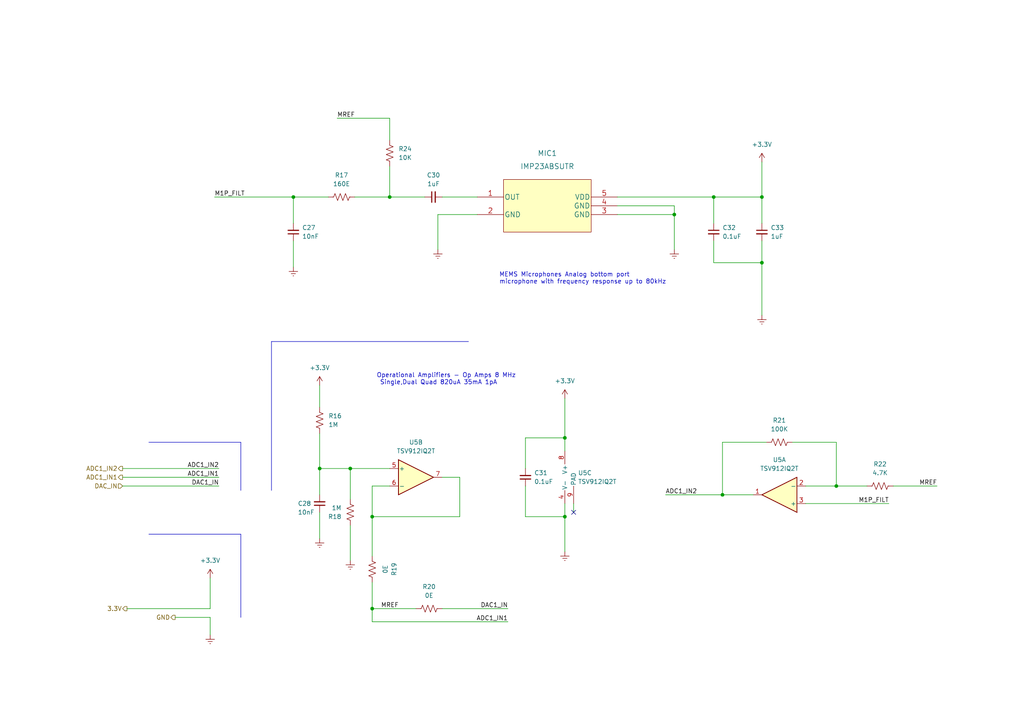
<source format=kicad_sch>
(kicad_sch (version 20230121) (generator eeschema)
  (paper "A4")
  (title_block (title "Accelerometer Sensor") (date "2023-07-02") (rev "02") (company "Electronial") (comment 1 "Designed by Electronial") (comment 2 "https://danielismail.com/  ") (comment 3 "Property of NOVOAI[FIVERR]") (comment 4 "@Copyright & Reserved "))
  (lib_symbols
    (symbol "2023-02-12_13-49-09:IMP23ABSUTR" (pin_names (offset 0.254))
      (property "Reference" "MIC?" (at 20.32 11.43 0))
      (property "Value" "IMP23ABSUTR" (at 20.32 7.62 0))
      (symbol "IMP23ABSUTR_1_1"
        (rectangle (start 7.62 5.08) (end 33.02 -10.16) (fill (type background)))
        (pin output line (at 0 0 0) (length 7.62) (name "OUT") (number "1"))
        (pin power_in line (at 0 -5.08 0) (length 7.62) (name "GND") (number "2"))
        (pin power_in line (at 40.64 -5.08 180) (length 7.62) (name "GND") (number "3"))
        (pin power_in line (at 40.64 -2.54 180) (length 7.62) (name "GND") (number "4"))
        (pin power_in line (at 40.64 0 180) (length 7.62) (name "VDD") (number "5"))
      )
    )
    (symbol "Amplifier_Operational:TSV912IQ2T" (pin_names (offset 0.127))
      (property "Reference" "U" (at 0 5.08 0))
      (property "Value" "TSV912IQ2T" (at 0 -5.08 0))
      (symbol "TSV912IQ2T_1_1"
        (polyline (pts (xy -5.08 5.08) (xy 5.08 0) (xy -5.08 -5.08) (xy -5.08 5.08)) (stroke (width 0.254)) (fill (type background)))
        (pin output line (at 7.62 0 180) (length 2.54) (name "~") (number "1"))
        (pin input line (at -7.62 -2.54 0) (length 2.54) (name "-") (number "2"))
        (pin input line (at -7.62 2.54 0) (length 2.54) (name "+") (number "3"))
      )
      (symbol "TSV912IQ2T_2_1"
        (polyline (pts (xy -5.08 5.08) (xy 5.08 0) (xy -5.08 -5.08) (xy -5.08 5.08)) (stroke (width 0.254)) (fill (type background)))
        (pin input line (at -7.62 2.54 0) (length 2.54) (name "+") (number "5"))
        (pin input line (at -7.62 -2.54 0) (length 2.54) (name "-") (number "6"))
        (pin output line (at 7.62 0 180) (length 2.54) (name "~") (number "7"))
      )
      (symbol "TSV912IQ2T_3_1"
        (pin power_in line (at -2.54 -7.62 90) (length 3.81) (name "V-") (number "4"))
        (pin power_in line (at -2.54 7.62 270) (length 3.81) (name "V+") (number "8"))
        (pin power_in line (at 0 -7.62 90) (length 5.08) (name "PAD") (number "9"))
      )
    )
    (symbol "Device:C_Small" (pin_numbers hide) (pin_names (offset 0.254) hide)
      (property "Reference" "C" (at 0.254 1.778 0))
      (property "Value" "C_Small" (at 0.254 -2.032 0))
      (symbol "C_Small_0_1"
        (polyline (pts (xy -1.524 -0.508) (xy 1.524 -0.508)) (stroke (width 0.3302)))
        (polyline (pts (xy -1.524 0.508) (xy 1.524 0.508)) (stroke (width 0.3048)))
      )
      (symbol "C_Small_1_1"
        (pin passive line (at 0 2.54 270) (length 2.032) (name "~") (number "1"))
        (pin passive line (at 0 -2.54 90) (length 2.032) (name "~") (number "2"))
      )
    )
    (symbol "Device:R_US" (pin_numbers hide) (pin_names (offset 0))
      (property "Reference" "R" (at 2.54 0 90))
      (property "Value" "R_US" (at -2.54 0 90))
      (symbol "R_US_0_1"
        (polyline (pts (xy 0 -2.286) (xy 0 -2.54)))
        (polyline (pts (xy 0 2.286) (xy 0 2.54)))
        (polyline (pts (xy 0 -0.762) (xy 1.016 -1.143) (xy 0 -1.524) (xy -1.016 -1.905) (xy 0 -2.286)))
        (polyline (pts (xy 0 0.762) (xy 1.016 0.381) (xy 0 0) (xy -1.016 -0.381) (xy 0 -0.762)))
        (polyline (pts (xy 0 2.286) (xy 1.016 1.905) (xy 0 1.524) (xy -1.016 1.143) (xy 0 0.762)))
      )
      (symbol "R_US_1_1"
        (pin passive line (at 0 3.81 270) (length 1.27) (name "~") (number "1"))
        (pin passive line (at 0 -3.81 90) (length 1.27) (name "~") (number "2"))
      )
    )
    (symbol "power:+3.3V" (power) (pin_names (offset 0))
      (property "Value" "+3.3V" (at 0 3.556 0))
      (symbol "+3.3V_0_1"
        (polyline (pts (xy -0.762 1.27) (xy 0 2.54)))
        (polyline (pts (xy 0 0) (xy 0 2.54)))
        (polyline (pts (xy 0 2.54) (xy 0.762 1.27)))
      )
      (symbol "+3.3V_1_1"
        (pin power_in line (at 0 0 90) (length 0) hide (name "+3.3V") (number "1"))
      )
    )
    (symbol "power:Earth" (power) (pin_names (offset 0))
      (symbol "Earth_0_1"
        (polyline (pts (xy -0.635 -1.905) (xy 0.635 -1.905)))
        (polyline (pts (xy -0.127 -2.54) (xy 0.127 -2.54)))
        (polyline (pts (xy 0 -1.27) (xy 0 0)))
        (polyline (pts (xy 1.27 -1.27) (xy -1.27 -1.27)))
      )
      (symbol "Earth_1_1"
        (pin power_in line (at 0 0 270) (length 0) hide (name "Earth") (number "1"))
      )
    )
  )
  (junction (at 113.03 57.15))
  (junction (at 92.71 135.89))
  (junction (at 209.55 143.51))
  (junction (at 207.01 57.15))
  (junction (at 163.83 127))
  (junction (at 85.09 57.15))
  (junction (at 220.98 57.15))
  (junction (at 195.58 62.23))
  (junction (at 101.6 135.89))
  (junction (at 163.83 149.86))
  (junction (at 242.57 140.97))
  (junction (at 107.95 176.53))
  (junction (at 220.98 76.2))
  (junction (at 107.95 149.86))
  (no_connect (at 166.37 148.59))
  (wire (pts (xy 133.35 138.43) (xy 128.27 138.43)))
  (wire (pts (xy 163.83 149.86) (xy 163.83 160.02)))
  (wire (pts (xy 92.71 111.76) (xy 92.71 118.11)))
  (wire (pts (xy 242.57 128.27) (xy 229.87 128.27)))
  (wire (pts (xy 152.4 127) (xy 163.83 127)))
  (wire (pts (xy 179.07 57.15) (xy 207.01 57.15)))
  (wire (pts (xy 207.01 76.2) (xy 207.01 69.85)))
  (wire (pts (xy 166.37 146.05) (xy 166.37 148.59)))
  (wire (pts (xy 113.03 34.29) (xy 113.03 40.64)))
  (wire (pts (xy 195.58 62.23) (xy 195.58 72.39)))
  (wire (pts (xy 152.4 135.89) (xy 152.4 127)))
  (wire (pts (xy 107.95 168.91) (xy 107.95 176.53)))
  (wire (pts (xy 107.95 176.53) (xy 120.65 176.53)))
  (wire (pts (xy 259.08 140.97) (xy 271.78 140.97)))
  (wire (pts (xy 233.68 146.05) (xy 257.81 146.05)))
  (wire (pts (xy 107.95 180.34) (xy 147.32 180.34)))
  (wire (pts (xy 209.55 128.27) (xy 209.55 143.51)))
  (wire (pts (xy 107.95 149.86) (xy 107.95 161.29)))
  (wire (pts (xy 85.09 64.77) (xy 85.09 57.15)))
  (wire (pts (xy 62.23 57.15) (xy 85.09 57.15)))
  (wire (pts (xy 128.27 57.15) (xy 138.43 57.15)))
  (wire (pts (xy 152.4 140.97) (xy 152.4 149.86)))
  (wire (pts (xy 92.71 125.73) (xy 92.71 135.89)))
  (wire (pts (xy 85.09 57.15) (xy 95.25 57.15)))
  (wire (pts (xy 127 62.23) (xy 138.43 62.23)))
  (wire (pts (xy 113.03 57.15) (xy 123.19 57.15)))
  (wire (pts (xy 222.25 128.27) (xy 209.55 128.27)))
  (wire (pts (xy 50.8 179.07) (xy 60.96 179.07)))
  (wire (pts (xy 127 72.39) (xy 127 62.23)))
  (wire (pts (xy 179.07 62.23) (xy 195.58 62.23)))
  (wire (pts (xy 107.95 140.97) (xy 107.95 149.86)))
  (wire (pts (xy 107.95 176.53) (xy 107.95 180.34)))
  (wire (pts (xy 193.04 143.51) (xy 209.55 143.51)))
  (wire (pts (xy 63.5 140.97) (xy 35.56 140.97)))
  (wire (pts (xy 63.5 138.43) (xy 35.56 138.43)))
  (wire (pts (xy 220.98 76.2) (xy 220.98 91.44)))
  (wire (pts (xy 113.03 48.26) (xy 113.03 57.15)))
  (wire (pts (xy 128.27 176.53) (xy 147.32 176.53)))
  (wire (pts (xy 152.4 149.86) (xy 163.83 149.86)))
  (wire (pts (xy 179.07 59.69) (xy 195.58 59.69)))
  (wire (pts (xy 195.58 59.69) (xy 195.58 62.23)))
  (wire (pts (xy 36.83 176.53) (xy 60.96 176.53)))
  (wire (pts (xy 233.68 140.97) (xy 242.57 140.97)))
  (wire (pts (xy 101.6 135.89) (xy 101.6 144.78)))
  (wire (pts (xy 220.98 69.85) (xy 220.98 76.2)))
  (wire (pts (xy 60.96 167.64) (xy 60.96 176.53)))
  (wire (pts (xy 209.55 143.51) (xy 218.44 143.51)))
  (wire (pts (xy 113.03 140.97) (xy 107.95 140.97)))
  (polyline (pts (xy 69.85 142.24) (xy 69.85 128.27)))
  (polyline (pts (xy 78.74 142.24) (xy 78.74 99.06)))
  (wire (pts (xy 207.01 76.2) (xy 220.98 76.2)))
  (wire (pts (xy 163.83 146.05) (xy 163.83 149.86)))
  (polyline (pts (xy 43.18 128.27) (xy 69.85 128.27)))
  (wire (pts (xy 207.01 57.15) (xy 220.98 57.15)))
  (wire (pts (xy 207.01 57.15) (xy 207.01 64.77)))
  (wire (pts (xy 92.71 135.89) (xy 101.6 135.89)))
  (wire (pts (xy 92.71 143.51) (xy 92.71 135.89)))
  (wire (pts (xy 242.57 140.97) (xy 242.57 128.27)))
  (wire (pts (xy 220.98 57.15) (xy 220.98 64.77)))
  (wire (pts (xy 92.71 156.21) (xy 92.71 148.59)))
  (wire (pts (xy 101.6 135.89) (xy 113.03 135.89)))
  (polyline (pts (xy 43.18 154.94) (xy 69.85 154.94)))
  (wire (pts (xy 133.35 149.86) (xy 133.35 138.43)))
  (wire (pts (xy 220.98 46.99) (xy 220.98 57.15)))
  (wire (pts (xy 107.95 149.86) (xy 133.35 149.86)))
  (wire (pts (xy 242.57 140.97) (xy 251.46 140.97)))
  (wire (pts (xy 63.5 135.89) (xy 35.56 135.89)))
  (wire (pts (xy 102.87 57.15) (xy 113.03 57.15)))
  (wire (pts (xy 60.96 184.15) (xy 60.96 179.07)))
  (polyline (pts (xy 78.74 99.06) (xy 135.89 99.06)))
  (wire (pts (xy 101.6 152.4) (xy 101.6 162.56)))
  (wire (pts (xy 97.79 34.29) (xy 113.03 34.29)))
  (polyline (pts (xy 69.85 154.94) (xy 69.85 179.07)))
  (wire (pts (xy 163.83 115.57) (xy 163.83 127)))
  (wire (pts (xy 163.83 127) (xy 163.83 130.81)))
  (wire (pts (xy 85.09 77.47) (xy 85.09 69.85)))
  (text "MEMS Microphones Analog bottom port \nmicrophone with frequency response up to 80kHz" (at 144.78 82.55 0) (effects (font (size 1.27 1.27)) (justify left bottom)))
  (text "Operational Amplifiers - Op Amps 8 MHz\n Single,Dual Quad 820uA 35mA 1pA" (at 109.22 111.76 0) (effects (font (size 1.27 1.27)) (justify left bottom)))
  (label "MREF" (at 110.49 176.53 0))
  (label "ADC1_IN1" (at 147.32 180.34 180))
  (label "DAC1_IN" (at 147.32 176.53 180))
  (label "MREF" (at 97.79 34.29 0))
  (label "ADC1_IN2" (at 193.04 143.51 0))
  (label "DAC1_IN" (at 63.5 140.97 180))
  (label "ADC1_IN1" (at 63.5 138.43 180))
  (label "MREF" (at 271.78 140.97 180))
  (label "ADC1_IN2" (at 63.5 135.89 180))
  (label "M1P_FILT" (at 257.81 146.05 180))
  (label "M1P_FILT" (at 62.23 57.15 0))
  (hierarchical_label "ADC1_IN1" (shape output) (at 35.56 138.43 180))
  (hierarchical_label "DAC_IN" (shape input) (at 35.56 140.97 180))
  (hierarchical_label "GND" (shape output) (at 50.8 179.07 180))
  (hierarchical_label "ADC1_IN2" (shape output) (at 35.56 135.89 180))
  (hierarchical_label "3.3V" (shape output) (at 36.83 176.53 180))
  (symbol (lib_id "power:Earth") (at 195.58 72.39 0) (unit 1)
    (property "Reference" "#PWR0189" (effects hide))
    (property "Value" "Earth" (effects hide))
  )
  (symbol (lib_id "Device:R_US") (at 101.6 148.59 0) (unit 1)
    (property "Reference" "R18" (at 99.06 149.8601 0) (effects (justify right)))
    (property "Value" "1M" (at 99.06 147.3201 0) (effects (justify right)))
    (property "Footprint" "Resistor_SMD:R_0603_1608Metric_Pad0.98x0.95mm_HandSolder" (effects hide))
    (property "PRICE" "0.1" (effects hide))
    (property "Manufacturer_Part_Number" "SDR03EZPJ105" (effects hide))
    (property "LCSC mfr" "AS03W4J0105T5E" (effects hide))
  )
  (symbol (lib_id "power:+3.3V") (at 220.98 46.99 0) (unit 1)
    (property "Reference" "#PWR0191" (effects hide))
    (property "Value" "+3.3V" (at 220.98 41.91 0))
  )
  (symbol (lib_id "power:+3.3V") (at 60.96 167.64 0) (unit 1)
    (property "Reference" "#PWR0187" (effects hide))
    (property "Value" "+3.3V" (at 60.96 162.56 0))
  )
  (symbol (lib_id "2023-02-12_13-49-09:IMP23ABSUTR") (at 138.43 57.15 0) (unit 1)
    (property "Reference" "MIC1" (at 158.75 44.45 0) (effects (font (size 1.524 1.524))))
    (property "Value" "IMP23ABSUTR" (at 158.75 48.26 0) (effects (font (size 1.524 1.524))))
    (property "Footprint" "Footprint:IMP23ABSUTR" (effects hide))
    (property "PRICE" "2.43" (effects hide))
    (property "Manufacturer_Part_Number" "IMP23ABSUTR" (effects hide))
  )
  (symbol (lib_id "power:+3.3V") (at 163.83 115.57 0) (unit 1)
    (property "Reference" "#PWR0184" (effects hide))
    (property "Value" "+3.3V" (at 163.83 110.49 0))
  )
  (symbol (lib_id "Device:C_Small") (at 85.09 67.31 180) (unit 1)
    (property "Reference" "C27" (at 87.63 66.0335 0) (effects (justify right)))
    (property "Value" "10nF" (at 87.63 68.5735 0) (effects (justify right)))
    (property "Footprint" "Capacitor_SMD:C_0603_1608Metric_Pad1.08x0.95mm_HandSolder" (effects hide))
    (property "PRICE" "0.01" (effects hide))
    (property "Manufacturer_Part_Number" "VJ0603Y103JXACW1BC" (effects hide))
    (property "LCSC mfr" "CC0603JRX7R9BB103" (effects hide))
  )
  (symbol (lib_id "Amplifier_Operational:TSV912IQ2T") (at 166.37 138.43 0) (unit 3)
    (property "Reference" "U5" (at 167.64 137.1599 0) (effects (justify left)))
    (property "Value" "TSV912IQ2T" (at 167.64 139.6999 0) (effects (justify left)))
    (property "Footprint" "Package_DFN_QFN:DFN-8-1EP_2x2mm_P0.5mm_EP1.05x1.75mm" (effects hide))
    (property "Datasheet" "www.st.com/resource/en/datasheet/tsv911.pdf" (effects hide))
    (property "PRICE" "2.86" (effects hide))
    (property "Manufacturer_Part_Number" "TSV912IQ2T" (effects hide))
  )
  (symbol (lib_id "power:Earth") (at 220.98 91.44 0) (unit 1)
    (property "Reference" "#PWR0190" (effects hide))
    (property "Value" "Earth" (effects hide))
  )
  (symbol (lib_id "Device:C_Small") (at 220.98 67.31 0) (unit 1)
    (property "Reference" "C33" (at 223.52 66.0462 0) (effects (justify left)))
    (property "Value" "1uF" (at 223.52 68.5862 0) (effects (justify left)))
    (property "Footprint" "Capacitor_SMD:C_0603_1608Metric_Pad1.08x0.95mm_HandSolder" (effects hide))
    (property "PRICE" "0.1" (effects hide))
    (property "Manufacturer_Part_Number" "CL10B105KA8NNND" (effects hide))
    (property "LCSC mfr" "CL10A105KA8NNNC" (effects hide))
  )
  (symbol (lib_id "power:Earth") (at 127 72.39 0) (unit 1)
    (property "Reference" "#PWR0181" (effects hide))
    (property "Value" "Earth" (effects hide))
  )
  (symbol (lib_id "Device:C_Small") (at 207.01 67.31 0) (unit 1)
    (property "Reference" "C32" (at 209.55 66.0462 0) (effects (justify left)))
    (property "Value" "0.1uF" (at 209.55 68.5862 0) (effects (justify left)))
    (property "Footprint" "Capacitor_SMD:C_0603_1608Metric_Pad1.08x0.95mm_HandSolder" (effects hide))
    (property "PRICE" "0.1" (effects hide))
    (property "Manufacturer_Part_Number" "CL10B104JB8NNND" (effects hide))
    (property "LCSC mfr" "TCC0603X7R104K500CT" (effects hide))
  )
  (symbol (lib_id "power:Earth") (at 101.6 162.56 0) (unit 1)
    (property "Reference" "#PWR0186" (effects hide))
    (property "Value" "Earth" (effects hide))
  )
  (symbol (lib_id "power:+3.3V") (at 92.71 111.76 0) (unit 1)
    (property "Reference" "#PWR0180" (effects hide))
    (property "Value" "+3.3V" (at 92.71 106.68 0))
  )
  (symbol (lib_id "Device:R_US") (at 107.95 165.1 0) (unit 1)
    (property "Reference" "R19" (at 114.3 165.1 90))
    (property "Value" "0E" (at 111.76 165.1 90))
    (property "Footprint" "Resistor_SMD:R_0603_1608Metric_Pad0.98x0.95mm_HandSolder" (effects hide))
    (property "PRICE" "0.1" (effects hide))
    (property "Manufacturer_Part_Number" "RCS06030000Z0EC" (effects hide))
    (property "LCSC mfr" "HCJ0603ZT0R00" (effects hide))
  )
  (symbol (lib_id "Amplifier_Operational:TSV912IQ2T") (at 226.06 143.51 180) (unit 1)
    (property "Reference" "U5" (at 226.06 133.35 0))
    (property "Value" "TSV912IQ2T" (at 226.06 135.89 0))
    (property "Footprint" "Package_DFN_QFN:DFN-8-1EP_2x2mm_P0.5mm_EP1.05x1.75mm" (effects hide))
    (property "Datasheet" "www.st.com/resource/en/datasheet/tsv911.pdf" (effects hide))
    (property "PRICE" "2.86" (effects hide))
    (property "Manufacturer_Part_Number" "TSV912IQ2T" (effects hide))
  )
  (symbol (lib_id "Device:C_Small") (at 152.4 138.43 180) (unit 1)
    (property "Reference" "C31" (at 154.94 137.1535 0) (effects (justify right)))
    (property "Value" "0.1uF" (at 154.94 139.6935 0) (effects (justify right)))
    (property "Footprint" "Capacitor_SMD:C_0603_1608Metric_Pad1.08x0.95mm_HandSolder" (effects hide))
    (property "PRICE" "0.1" (effects hide))
    (property "Manufacturer_Part_Number" "CL10B104JB8NNND" (effects hide))
    (property "LCSC mfr" "TCC0603X7R104K500CT" (effects hide))
  )
  (symbol (lib_id "Device:R_US") (at 226.06 128.27 90) (unit 1)
    (property "Reference" "R21" (at 226.06 121.92 90))
    (property "Value" "100K" (at 226.06 124.46 90))
    (property "Footprint" "Resistor_SMD:R_0603_1608Metric_Pad0.98x0.95mm_HandSolder" (effects hide))
    (property "PRICE" "0.1" (effects hide))
    (property "Manufacturer_Part_Number" "SG73S1JTTD104J" (effects hide))
    (property "LCSC mfr" "HP03W5J0104T5E" (effects hide))
  )
  (symbol (lib_id "Device:C_Small") (at 125.73 57.15 90) (unit 1)
    (property "Reference" "C30" (at 125.7363 50.8 90))
    (property "Value" "1uF" (at 125.7363 53.34 90))
    (property "Footprint" "Capacitor_SMD:C_0603_1608Metric_Pad1.08x0.95mm_HandSolder" (effects hide))
    (property "PRICE" "0.1" (effects hide))
    (property "Manufacturer_Part_Number" "CL10B105KA8NNND" (effects hide))
    (property "LCSC mfr" "CL10A105KA8NNNC" (effects hide))
  )
  (symbol (lib_id "power:Earth") (at 60.96 184.15 0) (unit 1)
    (property "Reference" "#PWR0188" (effects hide))
    (property "Value" "Earth" (effects hide))
  )
  (symbol (lib_id "Device:R_US") (at 255.27 140.97 90) (unit 1)
    (property "Reference" "R22" (at 255.27 134.62 90))
    (property "Value" "4.7K" (at 255.27 137.16 90))
    (property "Footprint" "Resistor_SMD:R_0603_1608Metric_Pad0.98x0.95mm_HandSolder" (effects hide))
    (property "PRICE" "0.1" (effects hide))
    (property "Manufacturer_Part_Number" "CRGH0603F4K7" (effects hide))
    (property "LCSC mfr" "AS03W4J0472T5E" (effects hide))
  )
  (symbol (lib_id "Device:R_US") (at 124.46 176.53 90) (unit 1)
    (property "Reference" "R20" (at 124.46 170.18 90))
    (property "Value" "0E" (at 124.46 172.72 90))
    (property "Footprint" "Resistor_SMD:R_0603_1608Metric_Pad0.98x0.95mm_HandSolder" (effects hide))
    (property "PRICE" "0.1" (effects hide))
    (property "Manufacturer_Part_Number" "RCS06030000Z0EC" (effects hide))
    (property "LCSC mfr" "HCJ0603ZT0R00" (effects hide))
  )
  (symbol (lib_id "Device:R_US") (at 113.03 44.45 180) (unit 1)
    (property "Reference" "R24" (at 115.57 43.1799 0) (effects (justify right)))
    (property "Value" "10K" (at 115.57 45.7199 0) (effects (justify right)))
    (property "Footprint" "Resistor_SMD:R_0603_1608Metric_Pad0.98x0.95mm_HandSolder" (effects hide))
    (property "PRICE" "0.1" (effects hide))
    (property "Manufacturer_Part_Number" "CRGH0603F10K" (effects hide))
    (property "LCSC mfr" "RC0603FR-7W10KL" (effects hide))
  )
  (symbol (lib_id "Device:R_US") (at 99.06 57.15 90) (unit 1)
    (property "Reference" "R17" (at 99.06 50.8 90))
    (property "Value" "160E" (at 99.06 53.34 90))
    (property "Footprint" "Resistor_SMD:R_0603_1608Metric_Pad0.98x0.95mm_HandSolder" (effects hide))
    (property "PRICE" "0.14" (effects hide))
    (property "Manufacturer_Part_Number" "ESR03EZPJ161" (effects hide))
    (property "LCSC mfr" "FRC0603J161 TS" (effects hide))
  )
  (symbol (lib_id "power:Earth") (at 85.09 77.47 0) (unit 1)
    (property "Reference" "#PWR0182" (effects hide))
    (property "Value" "Earth" (effects hide))
  )
  (symbol (lib_id "Device:R_US") (at 92.71 121.92 180) (unit 1)
    (property "Reference" "R16" (at 95.25 120.6499 0) (effects (justify right)))
    (property "Value" "1M" (at 95.25 123.1899 0) (effects (justify right)))
    (property "Footprint" "Resistor_SMD:R_0603_1608Metric_Pad0.98x0.95mm_HandSolder" (effects hide))
    (property "PRICE" "0.1" (effects hide))
    (property "Manufacturer_Part_Number" "SDR03EZPJ105" (effects hide))
    (property "LCSC mfr" "AS03W4J0105T5E" (effects hide))
  )
  (symbol (lib_id "power:Earth") (at 92.71 156.21 0) (unit 1)
    (property "Reference" "#PWR0185" (effects hide))
    (property "Value" "Earth" (effects hide))
  )
  (symbol (lib_id "Amplifier_Operational:TSV912IQ2T") (at 120.65 138.43 0) (unit 2)
    (property "Reference" "U5" (at 120.65 128.27 0))
    (property "Value" "TSV912IQ2T" (at 120.65 130.81 0))
    (property "Footprint" "Package_DFN_QFN:DFN-8-1EP_2x2mm_P0.5mm_EP1.05x1.75mm" (effects hide))
    (property "Datasheet" "www.st.com/resource/en/datasheet/tsv911.pdf" (effects hide))
    (property "PRICE" "2.86" (effects hide))
    (property "Manufacturer_Part_Number" "TSV912IQ2T" (effects hide))
  )
  (symbol (lib_id "Device:C_Small") (at 92.71 146.05 180) (unit 1)
    (property "Reference" "C28" (at 86.36 146.05 0) (effects (justify right)))
    (property "Value" "10nF" (at 86.36 148.59 0) (effects (justify right)))
    (property "Footprint" "Capacitor_SMD:C_0603_1608Metric_Pad1.08x0.95mm_HandSolder" (effects hide))
    (property "PRICE" "0.01" (effects hide))
    (property "Manufacturer_Part_Number" "VJ0603Y103JXACW1BC" (effects hide))
    (property "LCSC mfr" "CC0603JRX7R9BB103" (effects hide))
  )
  (symbol (lib_id "power:Earth") (at 163.83 160.02 0) (unit 1)
    (property "Reference" "#PWR0183" (effects hide))
    (property "Value" "Earth" (effects hide))
  )
)
</source>
